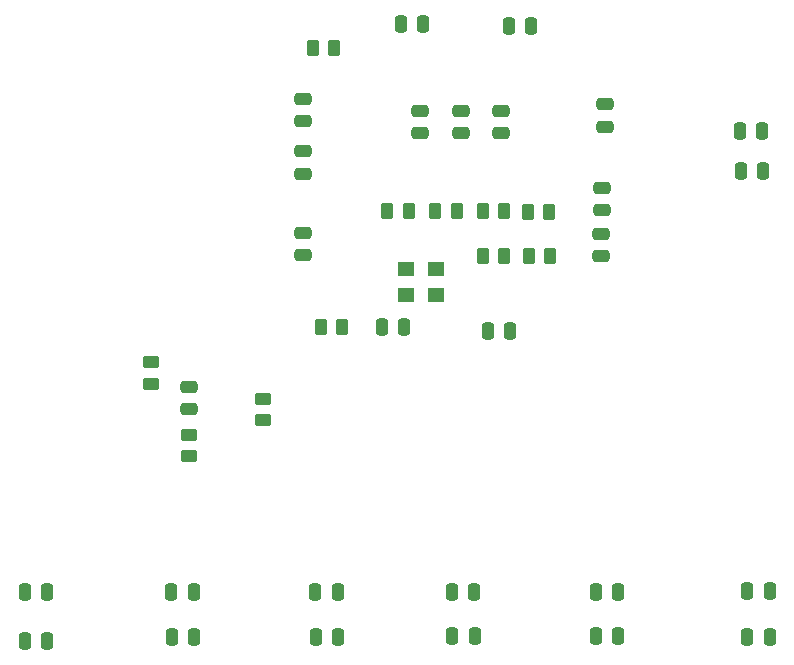
<source format=gbr>
%TF.GenerationSoftware,KiCad,Pcbnew,(6.0.7-rc1-83-g1005f75cdb)*%
%TF.CreationDate,2022-08-17T14:22:35+01:00*%
%TF.ProjectId,GfxFPGAS3,47667846-5047-4415-9333-2e6b69636164,rev?*%
%TF.SameCoordinates,Original*%
%TF.FileFunction,Paste,Bot*%
%TF.FilePolarity,Positive*%
%FSLAX46Y46*%
G04 Gerber Fmt 4.6, Leading zero omitted, Abs format (unit mm)*
G04 Created by KiCad (PCBNEW (6.0.7-rc1-83-g1005f75cdb)) date 2022-08-17 14:22:35*
%MOMM*%
%LPD*%
G01*
G04 APERTURE LIST*
G04 Aperture macros list*
%AMRoundRect*
0 Rectangle with rounded corners*
0 $1 Rounding radius*
0 $2 $3 $4 $5 $6 $7 $8 $9 X,Y pos of 4 corners*
0 Add a 4 corners polygon primitive as box body*
4,1,4,$2,$3,$4,$5,$6,$7,$8,$9,$2,$3,0*
0 Add four circle primitives for the rounded corners*
1,1,$1+$1,$2,$3*
1,1,$1+$1,$4,$5*
1,1,$1+$1,$6,$7*
1,1,$1+$1,$8,$9*
0 Add four rect primitives between the rounded corners*
20,1,$1+$1,$2,$3,$4,$5,0*
20,1,$1+$1,$4,$5,$6,$7,0*
20,1,$1+$1,$6,$7,$8,$9,0*
20,1,$1+$1,$8,$9,$2,$3,0*%
G04 Aperture macros list end*
%ADD10RoundRect,0.250000X-0.250000X-0.475000X0.250000X-0.475000X0.250000X0.475000X-0.250000X0.475000X0*%
%ADD11RoundRect,0.250000X-0.475000X0.250000X-0.475000X-0.250000X0.475000X-0.250000X0.475000X0.250000X0*%
%ADD12RoundRect,0.250000X0.475000X-0.250000X0.475000X0.250000X-0.475000X0.250000X-0.475000X-0.250000X0*%
%ADD13RoundRect,0.250000X0.250000X0.475000X-0.250000X0.475000X-0.250000X-0.475000X0.250000X-0.475000X0*%
%ADD14RoundRect,0.250000X0.450000X-0.262500X0.450000X0.262500X-0.450000X0.262500X-0.450000X-0.262500X0*%
%ADD15RoundRect,0.250000X-0.450000X0.262500X-0.450000X-0.262500X0.450000X-0.262500X0.450000X0.262500X0*%
%ADD16RoundRect,0.250000X0.262500X0.450000X-0.262500X0.450000X-0.262500X-0.450000X0.262500X-0.450000X0*%
%ADD17R,1.400000X1.200000*%
G04 APERTURE END LIST*
D10*
%TO.C,C201*%
X182400000Y-132900000D03*
X184300000Y-132900000D03*
%TD*%
%TO.C,C202*%
X169600000Y-132800000D03*
X171500000Y-132800000D03*
%TD*%
%TO.C,C203*%
X157450000Y-132800000D03*
X159350000Y-132800000D03*
%TD*%
%TO.C,C204*%
X145900000Y-132900000D03*
X147800000Y-132900000D03*
%TD*%
%TO.C,C205*%
X133700000Y-132900000D03*
X135600000Y-132900000D03*
%TD*%
%TO.C,C206*%
X121250000Y-133200000D03*
X123150000Y-133200000D03*
%TD*%
%TO.C,C207*%
X182400000Y-129000000D03*
X184300000Y-129000000D03*
%TD*%
%TO.C,C208*%
X169600000Y-129100000D03*
X171500000Y-129100000D03*
%TD*%
%TO.C,C209*%
X157400000Y-129100000D03*
X159300000Y-129100000D03*
%TD*%
%TO.C,C210*%
X145850000Y-129100000D03*
X147750000Y-129100000D03*
%TD*%
%TO.C,C211*%
X133650000Y-129100000D03*
X135550000Y-129100000D03*
%TD*%
%TO.C,C212*%
X121250000Y-129100000D03*
X123150000Y-129100000D03*
%TD*%
D11*
%TO.C,C301*%
X161544000Y-88327000D03*
X161544000Y-90227000D03*
%TD*%
D12*
%TO.C,C302*%
X170144000Y-96777000D03*
X170144000Y-94877000D03*
%TD*%
D11*
%TO.C,C303*%
X154744000Y-88327000D03*
X154744000Y-90227000D03*
%TD*%
D12*
%TO.C,C304*%
X144844000Y-100577000D03*
X144844000Y-98677000D03*
%TD*%
D11*
%TO.C,C305*%
X158182000Y-88333500D03*
X158182000Y-90233500D03*
%TD*%
%TO.C,C306*%
X170344000Y-87777000D03*
X170344000Y-89677000D03*
%TD*%
D13*
%TO.C,C401*%
X162344000Y-107027000D03*
X160444000Y-107027000D03*
%TD*%
D11*
%TO.C,C402*%
X144844000Y-91777000D03*
X144844000Y-93677000D03*
%TD*%
D12*
%TO.C,C403*%
X135150000Y-113600000D03*
X135150000Y-111700000D03*
%TD*%
D10*
%TO.C,C404*%
X153094000Y-81027000D03*
X154994000Y-81027000D03*
%TD*%
D13*
%TO.C,C503*%
X183694000Y-90037000D03*
X181794000Y-90037000D03*
%TD*%
%TO.C,C504*%
X183744000Y-93427000D03*
X181844000Y-93427000D03*
%TD*%
D14*
%TO.C,R301*%
X135150000Y-117600000D03*
X135150000Y-115775000D03*
%TD*%
D15*
%TO.C,R302*%
X131950000Y-109650000D03*
X131950000Y-111475000D03*
%TD*%
%TO.C,R303*%
X141400000Y-112725000D03*
X141400000Y-114550000D03*
%TD*%
D13*
%TO.C,C307*%
X164144000Y-81127000D03*
X162244000Y-81127000D03*
%TD*%
D12*
%TO.C,C308*%
X170044000Y-100677000D03*
X170044000Y-98777000D03*
%TD*%
D11*
%TO.C,C309*%
X144844000Y-87327000D03*
X144844000Y-89227000D03*
%TD*%
D10*
%TO.C,C310*%
X151494000Y-106627000D03*
X153394000Y-106627000D03*
%TD*%
D16*
%TO.C,R6*%
X147456500Y-83027000D03*
X145631500Y-83027000D03*
%TD*%
%TO.C,R9*%
X161856500Y-96827000D03*
X160031500Y-96827000D03*
%TD*%
%TO.C,R4*%
X161844000Y-100627000D03*
X160019000Y-100627000D03*
%TD*%
D17*
%TO.C,Y1*%
X153560000Y-101700000D03*
X156100000Y-101700000D03*
X156100000Y-103900000D03*
X153560000Y-103900000D03*
%TD*%
D16*
%TO.C,R11*%
X165756500Y-100627000D03*
X163931500Y-100627000D03*
%TD*%
%TO.C,R5*%
X148144000Y-106627000D03*
X146319000Y-106627000D03*
%TD*%
%TO.C,R10*%
X165656500Y-96927000D03*
X163831500Y-96927000D03*
%TD*%
%TO.C,R1*%
X157844000Y-96827000D03*
X156019000Y-96827000D03*
%TD*%
%TO.C,R3*%
X153744000Y-96827000D03*
X151919000Y-96827000D03*
%TD*%
M02*

</source>
